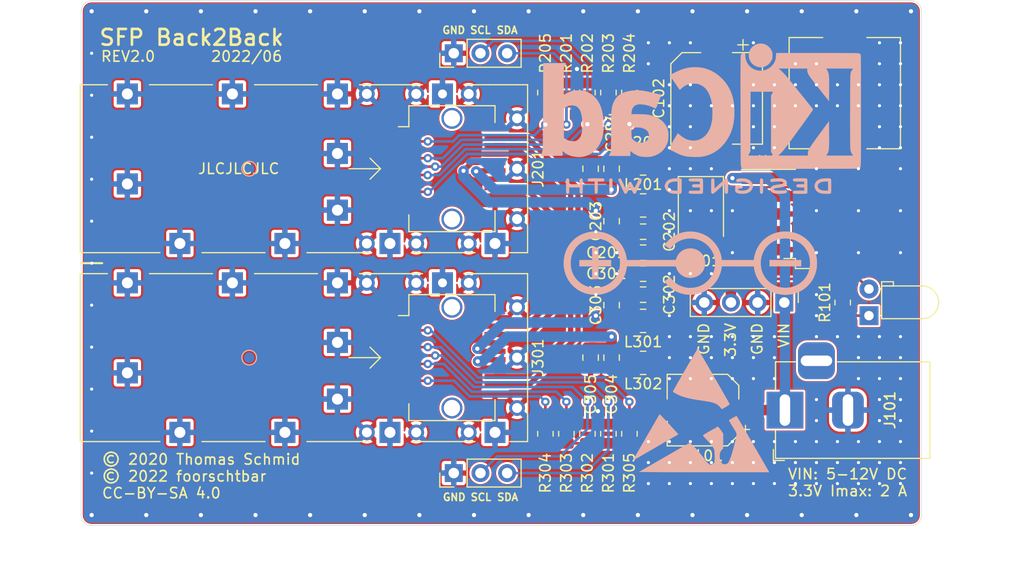
<source format=kicad_pcb>
(kicad_pcb (version 20211014) (generator pcbnew)
  (title_block (title "SFP Back2Back") (date "2022-06-11") (rev "2.0") (company "© foorschtbar"))
  (layers (0 "F.Cu" signal) (31 "B.Cu" signal) (34 "B.Paste" user) (35 "F.Paste" user) (36 "B.SilkS" user "B.Silkscreen") (37 "F.SilkS" user "F.Silkscreen") (38 "B.Mask" user) (39 "F.Mask" user) (44 "Edge.Cuts" user))
  (net 0 "")
  (net 1 "GND")
  (net 2 "/sfp_module_1/RX-")
  (net 3 "/sfp_module_1/RX+")
  (net 4 "/sfp_module_2/VCC_T")
  (net 5 "/sfp_module_2/VCC_R")
  (net 6 "Net-(D101-Pad1)")
  (net 8 "/sfp_module_2/RX_LOS")
  (net 9 "/sfp_module_2/TX_FAULT")
  (net 10 "/sfp_module_1/VCC_T")
  (net 11 "/sfp_module_1/VCC_R")
  (net 12 "/sfp_module_1/RX_LOS")
  (net 13 "/sfp_module_1/TX_FAULT")
  (net 14 "+3V3")
  (net 15 "Net-(D103-Pad1)")
  (net 16 "Net-(J201-Pad6)")
  (net 17 "/sfp_module_1/MOD_DEF1_SCL")
  (net 18 "Net-(J301-Pad6)")
  (net 19 "/sfp_module_1/MOD_DEF2_SDA")
  (net 20 "/Vin")
  (net 21 "/sfp_module_2/MOD_DEF1_SCL")
  (net 22 "/sfp_module_2/MOD_DEF2_SDA")
  (net 24 "/sfp_module_1/TX-")
  (net 25 "/sfp_module_1/TX+")
  (footprint "Inductor_SMD:L_1008_2520Metric" (layer "F.Cu") (at 233.5 119.5 180)
    (fp_text reference "L201")
    (fp_text value "1uH" hide)
  )
  (footprint "Inductor_SMD:L_1008_2520Metric" (layer "F.Cu") (at 233.5 115.5 180)
    (fp_text reference "L202")
    (fp_text value "1uH" hide)
  )
  (footprint "Connector:Connector_SFP_and_Cage" (layer "F.Cu") (at 221.5 134)
    (fp_text reference "J301")
    (fp_text value "SFP")
  )
  (footprint "Capacitor_SMD:C_0805_2012Metric" (layer "F.Cu") (at 233.5 124 180)
    (fp_text reference "C201")
    (fp_text value "10uF" hide)
  )
  (footprint "Capacitor_SMD:C_0805_2012Metric" (layer "F.Cu") (at 233.5 122 180)
    (fp_text reference "C202")
    (fp_text value "100nF" hide)
  )
  (footprint "Capacitor_SMD:C_0805_2012Metric" (layer "F.Cu") (at 230.5 121 -90)
    (fp_text reference "C203")
    (fp_text value "100nF" hide)
  )
  (footprint "Capacitor_SMD:C_0805_2012Metric" (layer "F.Cu") (at 230.5 116 90)
    (fp_text reference "C204")
    (fp_text value "10uF")
  )
  (footprint "Capacitor_SMD:C_0805_2012Metric" (layer "F.Cu") (at 228.5 116 90)
    (fp_text reference "C205")
    (fp_text value "100nF" hide)
  )
  (footprint "Capacitor_SMD:C_0805_2012Metric" (layer "F.Cu") (at 230.5 134 -90)
    (fp_text reference "C304")
    (fp_text value "10uF" hide)
  )
  (footprint "Connector:Connector_SFP_and_Cage" (layer "F.Cu") (at 221.5 116)
    (fp_text reference "J201")
    (fp_text value "SFP")
  )
  (footprint "Capacitor_SMD:C_0805_2012Metric" (layer "F.Cu") (at 230.5 129 90)
    (fp_text reference "C303")
    (fp_text value "100nF" hide)
  )
  (footprint "Inductor_SMD:L_1008_2520Metric" (layer "F.Cu") (at 233.5 134.5 180)
    (fp_text reference "L302")
    (fp_text value "1uH" hide)
  )
  (footprint "Capacitor_SMD:C_0805_2012Metric" (layer "F.Cu") (at 228.5 134 -90)
    (fp_text reference "C305")
    (fp_text value "100nF" hide)
  )
  (footprint "Inductor_SMD:L_1008_2520Metric" (layer "F.Cu") (at 233.5 130.5 180)
    (fp_text reference "L301")
    (fp_text value "1uH" hide)
  )
  (footprint "Capacitor_SMD:C_0805_2012Metric" (layer "F.Cu") (at 233.5 128 180)
    (fp_text reference "C302")
    (fp_text value "100nF" hide)
  )
  (footprint "Capacitor_SMD:C_0805_2012Metric" (layer "F.Cu") (at 233.5 126 180)
    (fp_text reference "C301")
    (fp_text value "10uF" hide)
  )
  (footprint "Connector_BarrelJack:BarrelJack_Horizontal" (layer "F.Cu") (at 247 139 180)
    (fp_text reference "J101")
    (fp_text value "Barrel_Jack" hide)
  )
  (footprint "LED_THT:LED_D3.0mm_Horizontal_O1.27mm_Z2.0mm" (layer "F.Cu") (at 255 130 90)
    (fp_text reference "D103" hide)
    (fp_text value "LED" hide)
  )
  (footprint "Connector_PinHeader_2.54mm:PinHeader_1x04_P2.54mm_Vertical" (layer "F.Cu") (at 246.94 128.75 -90)
    (fp_text reference "J1" hide)
    (fp_text value "Conn_01x04" hide)
  )
  (footprint "Connector_PinHeader_2.54mm:PinHeader_1x03_P2.54mm_Vertical" (layer "F.Cu") (at 215.475 145 90)
    (fp_text reference "J2" hide)
    (fp_text value "Conn_01x03" hide)
  )
  (footprint "Resistor_SMD:R_0805_2012Metric" (layer "F.Cu") (at 252.5 128.75 90)
    (fp_text reference "R101")
    (fp_text value "68R" hide)
  )
  (footprint "Resistor_SMD:R_0805_2012Metric" (layer "F.Cu") (at 228.196 108.744 90)
    (fp_text reference "R202")
    (fp_text value "4.7k" hide)
  )
  (footprint "Resistor_SMD:R_0805_2012Metric" (layer "F.Cu") (at 230.196 141.256 -90)
    (fp_text reference "R301")
    (fp_text value "4.7k" hide)
  )
  (footprint "Resistor_SMD:R_0805_2012Metric" (layer "F.Cu") (at 232.196 108.744 90)
    (fp_text reference "R204")
    (fp_text value "4.7k" hide)
  )
  (footprint "Capacitor_SMD:CP_Elec_6.3x7.7" (layer "F.Cu") (at 239.2 139 180)
    (fp_text reference "C101")
    (fp_text value "100uF" hide)
  )
  (footprint "Inductor_SMD:L_10.4x10.4_H4.8" (layer "F.Cu") (at 252.7 108.8 90)
    (fp_text reference "L101")
    (fp_text value "100uH" hide)
  )
  (footprint "Resistor_SMD:R_0805_2012Metric" (layer "F.Cu") (at 232.196 141.256 90)
    (fp_text reference "R305")
    (fp_text value "4.7k" hide)
  )
  (footprint "Resistor_SMD:R_0805_2012Metric" (layer "F.Cu") (at 224.196 141.256 -90)
    (fp_text reference "R304")
    (fp_text value "4.7k" hide)
  )
  (footprint "Resistor_SMD:R_0805_2012Metric" (layer "F.Cu") (at 230.196 108.744 90)
    (fp_text reference "R203")
    (fp_text value "4.7k" hide)
  )
  (footprint "Connector_PinHeader_2.54mm:PinHeader_1x03_P2.54mm_Vertical" (layer "F.Cu") (at 215.475 105 90)
    (fp_text reference "J3" hide)
    (fp_text value "Conn_01x03" hide)
  )
  (footprint "Capacitor_SMD:CP_Elec_8x10.5" (layer "F.Cu") (at 240.5 109.3 -90)
    (fp_text reference "C102")
    (fp_text value "1000uF" hide)
  )
  (footprint "Resistor_SMD:R_0805_2012Metric" (layer "F.Cu") (at 226.196 141.256 -90)
    (fp_text reference "R303")
    (fp_text value "4.7k" hide)
  )
  (footprint "Diode_SMD:D_SMB" (layer "F.Cu") (at 239 120.3 -90)
    (fp_text reference "D101")
    (fp_text value "B340B-13-F" hide)
  )
  (footprint "Resistor_SMD:R_0805_2012Metric" (layer "F.Cu") (at 226.196 108.744 90)
    (fp_text reference "R201")
    (fp_text value "4.7k" hide)
  )
  (footprint "Resistor_SMD:R_0805_2012Metric" (layer "F.Cu") (at 228.196 141.256 -90)
    (fp_text reference "R302")
    (fp_text value "4.7k" hide)
  )
  (footprint "Resistor_SMD:R_0805_2012Metric" (layer "F.Cu") (at 224.196 108.744 -90)
    (fp_text reference "R205")
    (fp_text value "4.7k" hide)
  )
  (footprint "Package_TO_SOT_SMD:TO-263-5_TabPin3" (layer "F.Cu") (at 250.95 120.31)
    (fp_text reference "U1")
    (fp_text value "LM2576S-3.3")
  )
  (footprint "TestPoint:TestPoint_Pad_D1.0mm" (layer "B.Cu") (at 196 116 180)
    (fp_text reference "N2" hide)
    (fp_text value "Housing_Pad")
  )
  (footprint "Symbol:KiCad-Logo2_12mm_SilkScreen" (layer "B.Cu") (at 239 110 180)
    (fp_text reference "REF**" hide)
    (fp_text value "KiCad-Logo2_12mm_SilkScreen" hide)
  )
  (footprint "Symbol:Polarity_Center_Positive_6mm_SilkScreen" (layer "B.Cu") (at 238 125 180)
    (fp_text reference "REF**" hide)
    (fp_text value "Polarity_Center_Positive_6mm_SilkScreen" hide)
  )
  (footprint "TestPoint:TestPoint_Pad_D1.0mm" (layer "B.Cu") (at 196 134 180)
    (fp_text reference "N1" hide)
    (fp_text value "Housing_Pad")
  )
  (footprint "Symbol:ESD-Logo_13.2x12mm_SilkScreen" (layer "B.Cu") (at 239 139 180)
    (fp_text reference "REF**" hide)
    (fp_text value "ESD-Logo_13.2x12mm_SilkScreen" hide)
  )
  (gr_line (start 182 125) (end 180 125) (layer "F.SilkS") (width 0.2))
  (gr_line (start 180 101) (end 180 149) (layer "Edge.Cuts") (width 0.05))
  (gr_line (start 181 150) (end 259 150) (layer "Edge.Cuts") (width 0.05))
  (gr_arc (start 181 150) (mid 180.292893 149.707107) (end 180 149) (layer "Edge.Cuts") (width 0.05))
  (gr_line (start 260 149) (end 260 101) (layer "Edge.Cuts") (width 0.05))
  (gr_arc (start 180 101) (mid 180.292893 100.292893) (end 181 100) (layer "Edge.Cuts") (width 0.05))
  (gr_line (start 259 100) (end 181 100) (layer "Edge.Cuts") (width 0.05))
  (gr_arc (start 259 100) (mid 259.707107 100.292893) (end 260 101) (layer "Edge.Cuts") (width 0.05))
  (gr_arc (start 260 149) (mid 259.707107 149.707107) (end 259 150) (layer "Edge.Cuts") (width 0.05))
  (gr_text "VIN" (at 246.9 130.6 90) (layer "F.SilkS") (effects (font (size 1 1)) (justify right)))
  (gr_text "© 2020 Thomas Schmid \n© 2022 foorschtbar \nCC-BY-SA 4.0" (at 181.9 145.3) (layer "F.SilkS") (effects (font (size 1 1)) (justify left)))
  (gr_text "SCL" (at 218.015 102.8) (layer "F.SilkS") (effects (font (size 0.7 0.7))))
  (gr_text "SDA" (at 220.555 102.8) (layer "F.SilkS") (effects (font (size 0.7 0.7))))
  (gr_text "SCL" (at 218.06 147.3) (layer "F.SilkS") (effects (font (size 0.7 0.7))))
  (gr_text "GND" (at 239.28 130.6 90) (layer "F.SilkS") (effects (font (size 1 1)) (justify right)))
  (gr_text "REV2.0       2022/06" (at 181.8 105.3) (layer "F.SilkS") (effects (font (size 1 1)) (justify left)))
  (gr_text "GND" (at 215.52 147.3) (layer "F.SilkS") (effects (font (size 0.7 0.7))))
  (gr_text "3.3V" (at 241.82 130.6 90) (layer "F.SilkS") (effects (font (size 1 1)) (justify right)))
  (gr_text "GND" (at 244.36 130.6 90) (layer "F.SilkS") (effects (font (size 1 1)) (justify right)))
  (gr_text "SDA" (at 220.6 147.3) (layer "F.SilkS") (effects (font (size 0.7 0.7))))
  (gr_text "JLCJLCJLC" (at 195 116) (layer "F.SilkS") (effects (font (size 1 1))))
  (gr_text "GND" (at 215.475 102.8) (layer "F.SilkS") (effects (font (size 0.7 0.7))))
  (gr_text "VIN: 5-12V DC\n3.3V Imax: 2 A" (at 247.2 145.9) (layer "F.SilkS") (effects (font (size 1 1)) (justify left)))
  (gr_text "SFP Back2Back" (at 181.6 103.5) (layer "F.SilkS") (effects (font (size 1.5 1.5) (thickness 0.25)) (justify left)))
  (segment (start 257.8 115.2) (end 257.8 114.2) (width 1) (layer "F.Cu") (net 1))
  (segment (start 257.7 115.8) (end 257.8 115.7) (width 1) (layer "F.Cu") (net 1))
  (via (at 253.8 149) (size 0.8) (drill 0.4) (layers "F.Cu" "B.Cu") (net 1))
  (via (at 233 149) (size 0.8) (drill 0.4) (layers "F.Cu" "B.Cu") (net 1))
  (via (at 191.4 149) (size 0.8) (drill 0.4) (layers "F.Cu" "B.Cu") (net 1))
  (via (at 201.8 149) (size 0.8) (drill 0.4) (layers "F.Cu" "B.Cu") (net 1))
  (via (at 243.4 149) (size 0.8) (drill 0.4) (layers "F.Cu" "B.Cu") (net 1))
  (via (at 238.2 149) (size 0.8) (drill 0.4) (layers "F.Cu" "B.Cu") (net 1))
  (via (at 248.6 149) (size 0.8) (drill 0.4) (layers "F.Cu" "B.Cu") (net 1))
  (via (at 227.8 149) (size 0.8) (drill 0.4) (layers "F.Cu" "B.Cu") (net 1))
  (via (at 212.2 149) (size 0.8) (drill 0.4) (layers "F.Cu" "B.Cu") (net 1))
  (via (at 259 149) (size 0.8) (drill 0.4) (layers "F.Cu" "B.Cu") (net 1))
  (via (at 217.4 149) (size 0.8) (drill 0.4) (layers "F.Cu" "B.Cu") (net 1))
  (via (at 186.2 149) (size 0.8) (drill 0.4) (layers "F.Cu" "B.Cu") (net 1))
  (via (at 196.6 149) (size 0.8) (drill 0.4) (layers "F.Cu" "B.Cu") (net 1))
  (via (at 222.6 149) (size 0.8) (drill 0.4) (layers "F.Cu" "B.Cu") (net 1))
  (via (at 207 149) (size 0.8) (drill 0.4) (layers "F.Cu" "B.Cu") (net 1))
  (via (at 181 149) (size 0.8) (drill 0.4) (layers "F.Cu" "B.Cu") (net 1))
  (via (at 181 121) (size 0.6) (drill 0.3) (layers "F.Cu" "B.Cu") (net 1))
  (via (at 196.6 101) (size 0.8) (drill 0.4) (layers "F.Cu" "B.Cu") (net 1))
  (via (at 240 144) (size 0.6) (drill 0.3) (layers "F.Cu" "B.Cu") (net 1))
  (via (at 252 108) (size 0.6) (drill 0.3) (layers "F.Cu" "B.Cu") (net 1))
  (via (at 258 112) (size 0.6) (drill 0.3) (layers "F.Cu" "B.Cu") (net 1))
  (via (at 240 136) (size 0.6) (drill 0.3) (layers "F.Cu" "B.Cu") (net 1))
  (via (at 248 146) (size 0.6) (drill 0.3) (layers "F.Cu" "B.Cu") (net 1))
  (via (at 231 126) (size 0.6) (drill 0.3) (layers "F.Cu" "B.Cu") (net 1))
  (via (at 207 101) (size 0.8) (drill 0.4) (layers "F.Cu" "B.Cu") (net 1))
  (via (at 234 146) (size 0.6) (drill 0.3) (layers "F.Cu" "B.Cu") (net 1))
  (via (at 248.6 101) (size 0.8) (drill 0.4) (layers "F.Cu" "B.Cu") (net 1))
  (via (at 240 142) (size 0.6) (drill 0.3) (layers "F.Cu" "B.Cu") (net 1))
  (via (at 253.8 101) (size 0.8) (drill 0.4) (layers "F.Cu" "B.Cu") (net 1))
  (via (at 234 144) (size 0.6) (drill 0.3) (layers "F.Cu" "B.Cu") (net 1))
  (via (at 244 114) (size 0.6) (drill 0.3) (layers "F.Cu" "B.Cu") (net 1))
  (via (at 254 132) (size 0.6) (drill 0.3) (layers "F.Cu" "B.Cu") (net 1))
  (via (at 236 146) (size 0.6) (drill 0.3) (layers "F.Cu" "B.Cu") (net 1))
  (via (at 201.8 101) (size 0.8) (drill 0.4) (layers "F.Cu" "B.Cu") (net 1))
  (via (at 256 134) (size 0.6) (drill 0.3) (layers "F.Cu" "B.Cu") (net 1))
  (via (at 244 104) (size 0.6) (drill 0.3) (layers "F.Cu" "B.Cu") (net 1))
  (via (at 248 108) (size 0.6) (drill 0.3) (layers "F.Cu" "B.Cu") (net 1))
  (via (at 254 146) (size 0.6) (drill 0.3) (layers "F.Cu" "B.Cu") (net 1))
  (via (at 181 101) (size 0.8) (drill 0.4) (layers "F.Cu" "B.Cu") (net 1))
  (via (at 248 142) (size 0.6) (drill 0.3) (layers "F.Cu" "B.Cu") (net 1))
  (via (at 229 124) (size 0.6) (drill 0.3) (layers "F.Cu" "B.Cu") (net 1))
  (via (at 181 109) (size 0.6) (drill 0.3) (layers "F.Cu" "B.Cu") (net 1))
  (via (at 236 128) (size 0.6) (drill 0.3) (layers "F.Cu" "B.Cu") (net 1))
  (via (at 244 112) (size 0.6) (drill 0.3) (layers "F.Cu" "B.Cu") (net 1))
  (via (at 229.2 139.1) (size 0.8) (drill 0.4) (layers "F.Cu" "B.Cu") (net 1))
  (via (at 240 116) (size 0.6) (drill 0.3) (layers "F.Cu" "B.Cu") (net 1))
  (via (at 240 132) (size 0.6) (drill 0.3) (layers "F.Cu" "B.Cu") (net 1))
  (via (at 258 140) (size 0.6) (drill 0.3) (layers "F.Cu" "B.Cu") (net 1))
  (via (at 258 138) (size 0.6) (drill 0.3) (layers "F.Cu" "B.Cu") (net 1))
  (via (at 227.8 101) (size 0.8) (drill 0.4) (layers "F.Cu" "B.Cu") (net 1))
  (via (at 181 133) (size 0.6) (drill 0.3) (layers "F.Cu" "B.Cu") (net 1))
  (via (at 256 110) (size 0.6) (drill 0.3) (layers "F.Cu" "B.Cu") (net 1))
  (via (at 246 134) (size 0.6) (drill 0.3) (layers "F.Cu" "B.Cu") (net 1))
  (via (at 254 134) (size 0.6) (drill 0.3) (layers "F.Cu" "B.Cu") (net 1))
  (via (at 258 106) (size 0.6) (drill 0.3) (layers "F.Cu" "B.Cu") (net 1))
  (via (at 250 140) (size 0.6) (drill 0.3) (layers "F.Cu" "B.Cu") (net 1))
  (via (at 248 144) (size 0.6) (drill 0.3) (layers "F.Cu" "B.Cu") (net 1))
  (via (at 246 142) (size 0.6) (drill 0.3) (layers "F.Cu" "B.Cu") (net 1))
  (via (at 240 120) (size 0.6) (drill 0.3) (layers "F.Cu" "B.Cu") (net 1))
  (via (at 252 132) (size 0.6) (drill 0.3) (layers "F.Cu" "B.Cu") (net 1))
  (via (at 236 136) (size 0.6) (drill 0.3) (layers "F.Cu" "B.Cu") (net 1))
  (via (at 181 141) (size 0.6) (drill 0.3) (layers "F.Cu" "B.Cu") (net 1))
  (via (at 236 142) (size 0.6) (drill 0.3) (layers "F.Cu" "B.Cu") (net 1))
  (via (at 181 137) (size 0.6) (drill 0.3) (layers "F.Cu" "B.Cu") (net 1))
  (via (at 238 132) (size 0.6) (drill 0.3) (layers "F.Cu" "B.Cu") (net 1))
  (via (at 250 124) (size 0.6) (drill 0.3) (layers "F.Cu" "B.Cu") (net 1))
  (via (at 243.4 101) (size 0.8) (drill 0.4) (layers "F.Cu" "B.Cu") (net 1))
  (via (at 238 136) (size 0.6) (drill 0.3) (layers "F.Cu" "B.Cu") (net 1))
  (via (at 236 144) (size 0.6) (drill 0.3) (layers "F.Cu" "B.Cu") (net 1))
  (via (at 258 116) (size 0.6) (drill 0.3) (layers "F.Cu" "B.Cu") (net 1))
  (via (at 236 120) (size 0.6) (drill 0.3) (layers "F.Cu" "B.Cu") (net 1))
  (via (at 181 117) (size 0.6) (drill 0.3) (layers "F.Cu" "B.Cu") (net 1))
  (via (at 246 136) (size 0.6) (drill 0.3) (layers "F.Cu" "B.Cu") (net 1))
  (via (at 256 138) (size 0.6) (drill 0.3) (layers "F.Cu" "B.Cu") (net 1))
  (via (at 256 114) (size 0.6) (drill 0.3) (layers "F.Cu" "B.Cu") (net 1))
  (via (at 250 138) (size 0.6) (drill 0.3) (layers "F.Cu" "B.Cu") (net 1))
  (via (at 246 114) (size 0.6) (drill 0.3) (layers "F.Cu" "B.Cu") (net 1))
  (via (at 256 132) (size 0.6) (drill 0.3) (layers "F.Cu" "B.Cu") (net 1))
  (via (at 258 114) (size 0.6) (drill 0.3) (layers "F.Cu" "B.Cu") (net 1))
  (via (at 238 142) (size 0.6) (drill 0.3) (layers "F.Cu" "B.Cu") (net 1))
  (via (at 181 125) (size 0.6) (drill 0.3) (layers "F.Cu" "B.Cu") (net 1))
  (via (at 244 132) (size 0.6) (drill 0.3) (layers "F.Cu" "B.Cu") (net 1))
  (via (at 248 106) (size 0.6) (drill 0.3) (layers "F.Cu" "B.Cu") (net 1))
  (via (at 238 146) (size 0.6) (drill 0.3) (layers "F.Cu" "B.Cu") (net 1))
  (via (at 254 124) (size 0.6) (drill 0.3) (layers "F.Cu" "B.Cu") (net 1))
  (via (at 212.2 101) (size 0.8) (drill 0.4) (layers "F.Cu" "B.Cu") (net 1))
  (via (at 238 108) (size 0.6) (drill 0.3) (layers "F.Cu" "B.Cu") (net 1))
  (via (at 246 110) (size 0.6) (drill 0.3) (layers "F.Cu" "B.Cu") (net 1))
  (via (at 256 104) (size 0.6) (drill 0.3) (layers "F.Cu" "B.Cu") (net 1))
  (via (at 258 136) (size 0.6) (drill 0.3) (layers "F.Cu" "B.Cu") (net 1))
  (via (at 236 122) (size 0.6) (drill 0.3) (layers "F.Cu" "B.Cu") (net 1))
  (via (at 250 116) (size 0.6) (drill 0.3) (layers "F.Cu" "B.Cu") (net 1))
  (via (at 234 104) (size 0.6) (drill 0.3) (layers "F.Cu" "B.Cu") (net 1))
  (via (at 242 120) (size 0.6) (drill 0.3) (layers "F.Cu" "B.Cu") (net 1))
  (via (at 250 120) (size 0.6) (drill 0.3) (layers "F.Cu" "B.Cu") (net 1))
  (via (at 256 108) (size 0.6) (drill 0.3) (layers "F.Cu" "B.Cu") (net 1))
  (via (at 242 144) (size 0.6) (drill 0.3) (layers "F.Cu" "B.Cu") (net 1))
  (via (at 186.2 101) (size 0.8) (drill 0.4) (layers "F.Cu" "B.Cu") (net 1))
  (via (at 258 134) (size 0.6) (drill 0.3) (layers "F.Cu" "B.Cu") (net 1))
  (via (at 256 106) (size 0.6) (drill 0.3) (layers "F.Cu" "B.Cu") (net 1))
  (via (at 242 110) (size 0.6) (drill 0.3) (layers "F.Cu" "B.Cu") (net 1))
  (via (at 236 134) (size 0.6) (drill 0.3) (layers "F.Cu" "B.Cu") (net 1))
  (via (at 238 112) (size 0.6) (drill 0.3) (layers "F.Cu" "B.Cu") (net 1))
  (via (at 240 146) (size 0.6) (drill 0.3) (layers "F.Cu" "B.Cu") (net 1))
  (via (at 252 110) (size 0.6) (drill 0.3) (layers "F.Cu" "B.Cu") (net 1))
  (via (at 254 120) (size 0.6) (drill 0.3) (layers "F.Cu" "B.Cu") (net 1))
  (via (at 258 146) (size 0.6) (drill 0.3) (layers "F.Cu" "B.Cu") (net 1))
  (via (at 258 120) (size 0.6) (drill 0.3) (layers "F.Cu" "B.Cu") (net 1))
  (via (at 236 126) (size 0.6) (drill 0.3) (layers "F.Cu" "B.Cu") (net 1))
  (via (at 238 110) (size 0.6) (drill 0.3) (layers "F.Cu" "B.Cu") (net 1))
  (via (at 259 101) (size 0.8) (drill 0.4) (layers "F.Cu" "B.Cu") (net 1))
  (via (at 256 144) (size 0.6) (drill 0.3) (layers "F.Cu" "B.Cu") (net 1))
  (via (at 240 126) (size 0.6) (drill 0.3) (layers "F.Cu" "B.Cu") (net 1))
  (via (at 246 144) (size 0.6) (drill 0.3) (layers "F.Cu" "B.Cu") (net 1))
  (via (at 250 132) (size 0.6) (drill 0.3) (layers "F.Cu" "B.Cu") (net 1))
  (via (at 244 144) (size 0.6) (drill 0.3) (layers "F.Cu" "B.Cu") (net 1))
  (via (at 254 136) (size 0.6) (drill 0.3) (layers "F.Cu" "B.Cu") (net 1))
  (via (at 250 144) (size 0.6) (drill 0.3) (layers "F.Cu" "B.Cu") (net 1))
  (via (at 234 106) (size 0.6) (drill 0.3) (layers "F.Cu" "B.Cu") (net 1))
  (via (at 238 114) (size 0.6) (drill 0.3) (layers "F.Cu" "B.Cu") (net 1))
  (via (at 233 101) (size 0.8) (drill 0.4) (layers "F.Cu" "B.Cu") (net 1))
  (via (at 256 112) (size 0.6) (drill 0.3) (layers "F.Cu" "B.Cu") (net 1))
  (via (at 242 124) (size 0.6) (drill 0.3) (layers "F.Cu" "B.Cu") (net 1))
  (via (at 256 140) (size 0.6) (drill 0.3) (layers "F.Cu" "B.Cu") (net 1))
  (via (at 244 136) (size 0.6) (drill 0.3) (layers "F.Cu" "B.Cu") (net 1))
  (via (at 181 113) (size 0.6) (drill 0.3) (layers "F.Cu" "B.Cu") (net 1))
  (via (at 256 136) (size 0.6) (drill 0.3) (layers "F.Cu" "B.Cu") (net 1))
  (via (at 217.4 101) (size 0.8) (drill 0.4) (layers "F.Cu" "B.Cu") (net 1))
  (via (at 238 126) (size 0.6) (drill 0.3) (layers "F.Cu" "B.Cu") (net 1))
  (via (at 238 120) (size 0.6) (drill 0.3) (layers "F.Cu" "B.Cu") (net 1))
  (via (at 236 116) (size 0.6) (drill 0.3) (layers "F.Cu" "B.Cu") (net 1))
  (via (at 250 106) (size 0.6) (drill 0.3) (layers "F.Cu" "B.Cu") (net 1))
  (via (at 258 142) (size 0.6) (drill 0.3) (layers "F.Cu" "B.Cu") (net 1))
  (via (at 244 142) (size 0.6) (drill 0.3) (layers "F.Cu" "B.Cu") (net 1))
  (via (at 252 144) (size 0.6) (drill 0.3) (layers "F.Cu" "B.Cu") (net 1))
  (via (at 258 124) (size 0.6) (drill 0.3) (layers "F.Cu" "B.Cu") (net 1))
  (via (at 236 118) (size 0.6) (drill 0.3) (layers "F.Cu" "B.Cu") (net 1))
  (via (at 242 132) (size 0.6) (drill 0.3) (layers "F.Cu" "B.Cu") (net 1))
  (via (at 254 108) (size 0.6) (drill 0.3) (layers "F.Cu" "B.Cu") (net 1))
  (via (at 236 108) (size 0.6) (drill 0.3) (layers "F.Cu" "B.Cu") (net 1))
  (via (at 252 142) (size 0.6) (drill 0.3) (layers "F.Cu" "B.Cu") (net 1))
  (via (at 258 144) (size 0.6) (drill 0.3) (layers "F.Cu" "B.Cu") (net 1))
  (via (at 238 144) (size 0.6) (drill 0.3) (layers "F.Cu" "B.Cu") (net 1))
  (via (at 256.005907 145.999999) (size 0.6) (drill 0.3) (layers "F.Cu" "B.Cu") (net 1))
  (via (at 246 108) (size 0.6) (drill 0.3) (layers "F.Cu" "B.Cu") (net 1))
  (via (at 242 142) (size 0.6) (drill 0.3) (layers "F.Cu" "B.Cu") (net 1))
  (via (at 238 104) (size 0.6) (drill 0.3) (layers "F.Cu" "B.Cu") (net 1))
  (via (at 231 124) (size 0.6) (drill 0.3) (layers "F.Cu" "B.Cu") (net 1))
  (via (at 236 130) (size 0.6) (drill 0.3) (layers "F.Cu" "B.Cu") (net 1))
  (via (at 242 134) (size 0.6) (drill 0.3) (layers "F.Cu" "B.Cu") (net 1))
  (via (at 258 110) (size 0.6) (drill 0.3) (layers "F.Cu" "B.Cu") (net 1))
  (via (at 250 142) (size 0.6) (drill 0.3) (layers "F.Cu" "B.Cu") (net 1))
  (via (at 244 146) (size 0.6) (drill 0.3) (layers "F.Cu" "B.Cu") (net 1))
  (via (at 242 136) (size 0.6) (drill 0.3) (layers "F.Cu" "B.Cu") (net 1))
  (via (at 250 146) (size 0.6) (drill 0.3) (layers "F.Cu" "B.Cu") (net 1))
  (via (at 246 132) (size 0.6) (drill 0.3) (layers "F.Cu" "B.Cu") (net 1))
  (via (at 229 122) (size 0.6) (drill 0.3) (layers "F.Cu" "B.Cu") (net 1))
  (via (at 181 145) (size 0.6) (drill 0.3) (layers "F.Cu" "B.Cu") (net 1))
  (via (at 250 128) (size 0.6) (drill 0.3) (layers "F.Cu" "B.Cu") (net 1))
  (via (at 250 130) (size 0.6) (drill 0.3) (layers "F.Cu" "B.Cu") (net 1))
  (via (at 258 108) (size 0.6) (drill 0.3) (layers "F.Cu" "B.Cu") (net 1))
  (via (at 258 132) (size 0.6) (drill 0.3) (layers "F.Cu" "B.Cu") (net 1))
  (via (at 254 142) (size 0.6) (drill 0.3) (layers "F.Cu" "B.Cu") (net 1))
  (via (at 236 112) (size 0.6) (drill 0.3) (layers "F.Cu" "B.Cu") (net 1))
  (via (at 256 142) (size 0.6) (drill 0.3) (layers "F.Cu" "B.Cu") (net 1))
  (via (at 222.6 101) (size 0.8) (drill 0.4) (layers "F.Cu" "B.Cu") (net 1))
  (via (at 258 104) (size 0.6) (drill 0.3) (layers "F.Cu" "B.Cu") (net 1))
  (via (at 229 126) (size 0.6) (drill 0.3) (layers "F.Cu" "B.Cu") (net 1))
  (via (at 181 129) (size 0.6) (drill 0.3) (layers "F.Cu" "B.Cu") (net 1))
  (via (at 250 110) (size 0.6) (drill 0.3) (layers "F.Cu" "B.Cu") (net 1))
  (via (at 238 134) (size 0.6) (drill 0.3) (layers "F.Cu" "B.Cu") (net 1))
  (via (at 236 132) (size 0.6) (drill 0.3) (layers "F.Cu" "B.Cu") (net 1))
  (via (at 238.2 101) (size 0.8) (drill 0.4) (layers "F.Cu" "B.Cu") (net 1))
  (via (at 191.4 101) (size 0.8) (drill 0.4) (layers "F.Cu" "B.Cu") (net 1))
  (via (at 242 146) (size 0.6) (drill 0.3) (layers "F.Cu" "B.Cu") (net 1))
  (via (at 250 108) (size 0.6) (drill 0.3) (layers "F.Cu" "B.Cu") (net 1))
  (via (at 244 108) (size 0.6) (drill 0.3) (layers "F.Cu" "B.Cu") (net 1))
  (via (at 238 116) (size 0.6) (drill 0.3) (layers "F.Cu" "B.Cu") (net 1))
  (via (at 254 144) (size 0.6) (drill 0.3) (layers "F.Cu" "B.Cu") (net 1))
  (via (at 240 134) (size 0.6) (drill 0.3) (layers "F.Cu" "B.Cu") (net 1))
  (via (at 244 110) (size 0.6) (drill 0.3) (layers "F.Cu" "B.Cu") (net 1))
  (via (at 246 146) (size 0.6) (drill 0.3) (layers "F.Cu" "B.Cu") (net 1))
  (via (at 236 104) (size 0.6) (drill 0.3) (layers "F.Cu" "B.Cu") (net 1))
  (via (at 244 134) (size 0.6) (drill 0.3) (layers "F.Cu" "B.Cu") (net 1))
  (via (at 252 146) (size 0.6) (drill 0.3) (layers "F.Cu" "B.Cu") (net 1))
  (via (at 227.2 106.5) (size 0.8) (drill 0.4) (layers "F.Cu" "B.Cu") (net 1))
  (via (at 246 112) (size 0.6) (drill 0.3) (layers "F.Cu" "B.Cu") (net 1))
  (via (at 253.990842 109.99712) (size 0.6) (drill 0.3) (layers "F.Cu" "B.Cu") (net 1))
  (via (at 229 128) (size 0.6) (drill 0.3) (layers "F.Cu" "B.Cu") (net 1))
  (via (at 248 110) (size 0.6) (drill 0.3) (layers "F.Cu" "B.Cu") (net 1))
  (via (at 234 142) (size 0.6) (drill 0.3) (layers "F.Cu" "B.Cu") (net 1))
  (via (at 181 105) (size 0.6) (drill 0.3) (layers "F.Cu" "B.Cu") (net 1))
  (via (at 254 116) (size 0.6) (drill 0.3) (layers "F.Cu" "B.Cu") (net 1))
  (via (at 236 114) (size 0.6) (drill 0.3) (layers "F.Cu" "B.Cu") (net 1))
  (via (at 236 110) (size 0.6) (drill 0.3) (layers "F.Cu" "B.Cu") (net 1))
  (via (at 240 110) (size 0.6) (drill 0.3) (layers "F.Cu" "B.Cu") (net 1))
  (segment (start 219.4 136.6) (end 222.639965 136.6) (width 0.5) (layer "F.Cu") (net 2))
  (segment (start 227.300011 117.860046) (end 222.439965 113) (width 0.5) (layer "F.Cu") (net 2))
  (segment (start 227.300011 131.939954) (end 227.300011 117.860046) (width 0.5) (layer "F.Cu") (net 2))
  (segment (start 222.639965 136.6) (end 227.300011 131.939954) (width 0.5) (layer "F.Cu") (net 2))
  (segment (start 222.439965 113) (end 219.4 113) (width 0.5) (layer "F.Cu") (net 2))
  (segment (start 225.686317 125.088255) (end 225.626748 125.183058) (width 0.5) (layer "F.Cu") (net 3))
  (segment (start 226.550485 124.616941) (end 226.490916 124.711744) (width 0.5) (layer "F.Cu") (net 3))
  (segment (start 226.1 125.9) (end 226.211261 125.912536) (width 0.5) (layer "F.Cu") (net 3))
  (segment (start 225.686317 123.088255) (end 225.626748 123.183058) (width 0.5) (layer "F.Cu") (net 3))
  (segment (start 226.587464 122.51126) (end 226.550485 122.616941) (width 0.5) (layer "F.Cu") (net 3))
  (segment (start 226.316942 122.850484) (end 226.211261 122.887463) (width 0.5) (layer "F.Cu") (net 3))
  (segment (start 225.589769 125.288739) (end 225.577232 125.4) (width 0.5) (layer "F.Cu") (net 3))
  (segment (start 226.550485 124.183058) (end 226.587464 124.288739) (width 0.5) (layer "F.Cu") (net 3))
  (segment (start 226.1 122.9) (end 226.077232 122.9) (width 0.5) (layer "F.Cu") (net 3))
  (segment (start 226.077232 124.9) (end 225.965972 124.912536) (width 0.5) (layer "F.Cu") (net 3))
  (segment (start 226.077232 125.9) (end 226.1 125.9) (width 0.5) (layer "F.Cu") (net 3))
  (segment (start 226.316942 124.850484) (end 226.211261 124.887463) (width 0.5) (layer "F.Cu") (net 3))
  (segment (start 226.6 124.4) (end 226.587464 124.51126) (width 0.5) (layer "F.Cu") (net 3))
  (segment (start 226.211261 125.912536) (end 226.316942 125.949515) (width 0.5) (layer "F.Cu") (net 3))
  (segment (start 226.411745 126.009084) (end 226.490916 126.088255) (width 0.5) (layer "F.Cu") (net 3))
  (segment (start 225.589769 123.288739) (end 225.577232 123.4) (width 0.5) (layer "F.Cu") (net 3))
  (segment (start 226.316942 125.949515) (end 226.411745 126.009084) (width 0.5) (layer "F.Cu") (net 3))
  (segment (start 225.860291 125.850484) (end 225.965972 125.887463) (width 0.5) (layer "F.Cu") (net 3))
  (segment (start 226.211261 122.887463) (end 226.1 122.9) (width 0.5) (layer "F.Cu") (net 3))
  (segment (start 226.6 118.149305) (end 226.6 122.4) (width 0.5) (layer "F.Cu") (net 3))
  (segment (start 226.490916 126.088255) (end 226.550485 126.183058) (width 0.5) (layer "F.Cu") (net 3))
  (segment (start 219.4 113.8) (end 222.250695 113.8) (width 0.5) (layer "F.Cu") (net 3))
  (segment (start 226.490916 122.711744) (end 226.411745 122.790915) (width 0.5) (layer "F.Cu") (net 3))
  (segment (start 226.411745 122.790915) (end 226.316942 122.850484) (width 0.5) (layer "F.Cu") (net 3))
  (segment (start 226.077232 122.9) (end 225.965972 122.912536) (width 0.5) (layer "F.Cu") (net 3))
  (segment (start 226.550485 122.616941) (end 226.490916 122.711744) (width 0.5) (layer "F.Cu") (net 3))
  (segment (start 225.626748 125.183058) (end 225.589769 125.288739) (width 0.5) (layer "F.Cu") (net 3))
  (segment (start 222.250695 113.8) (end 226.6 118.149305) (width 0.5) (layer "F.Cu") (net 3))
  (segment (start 226.411745 124.790915) (end 226.316942 124.850484) (width 0.5) (layer "F.Cu") (net 3))
  (segment (start 225.965972 125.887463) (end 226.077232 125.9) (width 0.5) (layer "F.Cu") (net 3))
  (segment (start 225.626748 125.616941) (end 225.686317 125.711744) (width 0.5) (layer "F.Cu") (net 3))
  (segment (start 226.077232 123.9) (end 226.1 123.9) (width 0.5) (layer "F.Cu") (net 3))
  (segment (start 225.765488 125.790915) (end 225.860291 125.850484) (width 0.5) (layer "F.Cu") (net 3))
  (segment (start 226.490916 124.088255) (end 226.550485 124.183058) (width 0.5) (layer "F.Cu") (net 3))
  (segment (start 226.587464 126.288739) (end 226.6 126.4) (width 0.5) (layer "F.Cu") (net 3))
  (segment (start 225.765488 123.009084) (end 225.686317 123.088255) (width 0.5) (layer "F.Cu") (net 3))
  (segment (start 225.577232 123.4) (end 225.589769 123.51126) (width 0.5) (layer "F.Cu") (net 3))
  (segment (start 225.860291 122.949515) (end 225.765488 123.009084) (width 0.5) (layer "F.Cu") (net 3))
  (segment (start 226.411745 124.009084) (end 226.490916 124.088255) (width 0.5) (layer "F.Cu") (net 3))
  (segment (start 225.765488 125.009084) (end 225.686317 125.088255) (width 0.5) (layer "F.Cu") (net 3))
  (segment (start 225.626748 123.183058) (end 225.589769 123.288739) (width 0.5) (layer "F.Cu") (net 3))
  (segment (start 226.550485 126.183058) (end 226.587464 126.288739) (width 0.5) (layer "F.Cu") (net 3))
  (segment (start 225.765488 123.790915) (end 225.860291 123.850484) (width 0.5) (layer "F.Cu") (net 3))
  (segment (start 226.490916 124.711744) (end 226.411745 124.790915) (width 0.5) (layer "F.Cu") (net 3))
  (segment (start 225.860291 124.949515) (end 225.765488 125.009084) (width 0.5) (layer "F.Cu") (net 3))
  (segment (start 225.686317 125.711744) (end 225.765488 125.790915) (width 0.5) (layer "F.Cu") (net 3))
  (segment (start 226.211261 123.912536) (end 226.316942 123.949515) (width 0.5) (layer "F.Cu") (net 3))
  (segment (start 225.626748 123.616941) (end 225.686317 123.711744) (width 0.5) (layer "F.Cu") (net 3))
  (segment (start 225.860291 123.850484) (end 225.965972 123.887463) (width 0.5) (layer "F.Cu") (net 3))
  (segment (start 225.589769 123.51126) (end 225.626748 123.616941) (width 0.5) (layer "F.Cu") (net 3))
  (segment (start 226.6 122.4) (end 226.587464 122.51126) (width 0.5) (layer "F.Cu") (net 3))
  (segment (start 226.587464 124.51126) (end 226.550485 124.616941) (width 0.5) (layer "F.Cu") (net 3))
  (segment (start 225.577232 125.4) (end 225.589769 125.51126) (width 0.5) (layer "F.Cu") (net 3))
  (segment (start 226.1 123.9) (end 226.211261 123.912536) (width 0.5) (layer "F.Cu") (net 3))
  (segment (start 226.6 131.650695) (end 222.450695 135.8) (width 0.5) (layer "F.Cu") (net 3))
  (segment (start 225.965972 124.912536) (end 225.860291 124.949515) (width 0.5) (layer "F.Cu") (net 3))
  (segment (start 225.965972 123.887463) (end 226.077232 123.9) (width 0.5) (layer "F.Cu") (net 3))
  (segment (start 226.1 124.9) (end 226.077232 124.9) (width 0.5) (layer "F.Cu") (net 3))
  (segment (start 226.211261 124.887463) (end 226.1 124.9) (width 0.5) (layer "F.Cu") (net 3))
  (segment (start 226.6 126.4) (end 226.6 131.650695) (width 0.5) (layer "F.Cu") (net 3))
  (segment (start 222.450695 135.8) (end 219.4 135.8) (width 0.5) (layer "F.Cu") (net 3))
  (segment (start 226.316942 123.949515) (end 226.411745 124.009084) (width 0.5) (layer "F.Cu") (net 3))
  (segment (start 225.965972 122.912536) (end 225.860291 122.949515) (width 0.5) (layer "F.Cu") (net 3))
  (segment (start 226.587464 124.288739) (end 226.6 124.4) (width 0.5) (layer "F.Cu") (net 3))
  (segment (start 225.589769 125.51126) (end 225.626748 125.616941) (width 0.5) (layer "F.Cu") (net 3))
  (segment (start 225.686317 123.711744) (end 225.765488 123.790915) (width 0.5) (layer "F.Cu") (net 3))
  (segment (start 230.5 120.05) (end 229.05 120.05) (width 1) (layer "F.Cu") (net 4))
  (segment (start 233.5 118.425) (end 232.425 119.5) (width 0.25) (layer "F.Cu") (net 4))
  (segment (start 219.4 115.4) (end 217.2 115.4) (width 0.5) (layer "F.Cu") (net 4))
  (segment (start 231.875 120.05) (end 232.425 119.5) (width 1) (layer "F.Cu") (net 4))
  (segment (start 232.196 107.8315) (end 224.196 107.8315) (width 0.25) (layer "F.Cu") (net 4))
  (segment (start 233.5 109.1355) (end 233.5 118.425) (width 0.25) (layer "F.Cu") (net 4))
  (segment (start 217.2 115.4) (end 216.4 116.2) (width 0.5) (layer "F.Cu") (net 4))
  (segment (start 230.5 120.05) (end 231.875 120.05) (width 1) (layer "F.Cu") (net 4))
  (segment (start 232.196 107.8315) (end 233.5 109.1355) (width 0.25) (layer "F.Cu") (net 4))
  (segment (start 229.05 120.05) (end 229 120) (width 1) (layer "F.Cu") (net 4))
  (via (at 216.4 116.2) (size 0.8) (drill 0.4) (layers "F.Cu" "B.Cu") (net 4))
  (via (at 229 120) (size 0.8) (drill 0.4) (layers "F.Cu" "B.Cu") (net 4))
  (segment (start 228.20001 119.20001) (end 218.834325 119.20001) (width 1) (layer "B.Cu") (net 4))
  (segment (start 229 120) (end 228.20001 119.20001) (width 1) (layer "B.Cu") (net 4))
  (segment (start 218.834325 119.20001) (end 216.4 116.765685) (width 1) (layer "B.Cu") (net 4))
  (segment (start 216.4 116.765685) (end 216.4 116.2) (width 1) (layer "B.Cu") (net 4))
  (segment (start 217.65 116.2) (end 217.6 116.25) (width 0.5) (layer "F.Cu") (net 5))
  (segment (start 232.425 115.5) (end 230.975 116.95) (width 1) (layer "F.Cu") (net 5))
  (segment (start 230.5 116.95) (end 230.5 118) (width 1) (layer "F.Cu") (net 5))
  (segment (start 230.5 116.95) (end 228.5 116.95) (width 1) (layer "F.Cu") (net 5))
  (segment (start 230.975 116.95) (end 230.5 116.95) (width 1) (layer "F.Cu") (net 5))
  (segment (start 219.4 116.2) (end 217.65 116.2) (width 0.5) (layer "F.Cu") (net 5))
  (via (at 217.6 116.25) (size 0.8) (drill 0.4) (layers "F.Cu" "B.Cu") (net 5))
  (via (at 230.5 118) (size 0.8) (drill 0.4) (layers "F.Cu" "B.Cu") (net 5))
  (segment (start 230.5 118) (end 219.35 118) (width 1) (layer "B.Cu") (net 5))
  (segment (start 219.35 118) (end 217.6 116.25) (width 1) (layer "B.Cu") (net 5))
  (segment (start 249.05 112.95) (end 252.7 112.95) (width 1) (layer "F.Cu") (net 6))
  (segment (start 245.175 118.61) (end 239.46 118.61) (width 1) (layer "F.Cu") (net 6))
  (segment (start 239.46 118.61) (end 239 118.15) (width 1.3) (layer "F.Cu") (net 6))
  (segment (start 245.175 118.61) (end 248.024022 118.61) (width 1) (layer "F.Cu") (net 6))
  (segment (start 248.024022 118.61) (end 248.5 118.134022) (width 1) (layer "F.Cu") (net 6))
  (segment (start 248.5 118.134022) (end 248.5 113.5) (width 1) (layer "F.Cu") (net 6))
  (segment (start 248.5 113.5) (end 249.05 112.95) (width 1) (layer "F.Cu") (net 6))
  (segment (start 232.196 109.6565) (end 232.196 111.742) (width 0.25) (layer "F.Cu") (net 8))
  (segment (start 211.2 118.2) (end 213 118.2) (width 0.25) (layer "F.Cu") (net 8))
  (via (at 213 118.2) (size 0.8) (drill 0.4) (layers "F.Cu" "B.Cu") (net 8))
  (via (at 232.196 111.742) (size 0.8) (drill 0.4) (layers "F.Cu" "B.Cu") (net 8))
  (segment (start 216.749956 114.600044) (end 229.337956 114.600044) (width 0.25) (layer "B.Cu") (net 8))
  (segment (start 213.15 118.2) (end 213 118.2) (width 0.25) (layer "B.Cu") (net 8))
  (segment (start 216.749956 114.600044) (end 213.15 118.2) (width 0.25) (layer "B.Cu") (net 8))
  (segment (start 229.337956 114.600044) (end 232.196 111.742) (width 0.25) (layer "B.Cu") (net 8))
  (segment (start 213 113.4) (end 211.2 113.4) (width 0.25) (layer "F.Cu") (net 9))
  (segment (start 224.188 111.792) (end 224.188 109.6645) (width 0.25) (layer "F.Cu") (net 9))
  (segment (start 224.188 109.6645) (end 224.196 109.6565) (width 0.25) (layer "F.Cu") (net 9))
  (via (at 213 113.4) (size 0.8) (drill 0.4) (layers "F.Cu" "B.Cu") (net 9))
  (via (at 224.188 111.792) (size 0.8) (drill 0.4) (layers "F.Cu" "B.Cu") (net 9))
  (segment (start 216 112.8) (end 223.18 112.8) (width 0.25) (layer "B.Cu") (net 9))
  (segment (start 213 113.4) (end 215.4 113.4) (width 0.25) (layer "B.Cu") (net 9))
  (segment (start 215.4 113.4) (end 216 112.8) (width 0.25) (layer "B.Cu") (net 9))
  (segment (start 223.18 112.8) (end 224.188 111.792) (width 0.25) (layer "B.Cu") (net 9))
  (segment (start 229 130) (end 231.925 130) (width 1) (layer "F.Cu") (net 10))
  (segment (start 233.5 140.8645) (end 233.5 131.575) (width 0.25) (layer "F.Cu") (net 10))
  (segment (start 231.925 130) (end 232.425 130.5) (width 1) (layer "F.Cu") (net 10))
  (segment (start 232.196 142.1685) (end 233.5 140.8645) (width 0.25) (layer "F.Cu") (net 10))
  (segment (start 219.4 133.4) (end 217.963534 133.4) (width 0.5) (layer "F.Cu") (net 10))
  (segment (start 232.196 142.1685) (end 224.196 142.1685) (width 0.25) (layer "F.Cu") (net 10))
  (segment (start 217.963534 133.4) (end 217.716442 133.152908) (width 0.5) (layer "F.Cu") (net 10))
  (segment (start 233.5 131.575) (end 232.425 130.5) (width 0.25) (layer "F.Cu") (net 10))
  (via (at 217.716442 133.152908) (size 0.8) (drill 0.4) (layers "F.Cu" "B.Cu") (net 10))
  (via (at 229 130) (size 0.8) (drill 0.4) (layers "F.Cu" "B.Cu") (net 10))
  (segment (start 220.21935 130.65) (end 217.716442 133.152908) (width 1) (layer "B.Cu") (net 10))
  (segment (start 228.35 130.65) (end 220.21935 130.65) (width 1) (layer "B.Cu") (net 10))
  (segment (start 229 130) (end 228.35 130.65) (width 1) (layer "B.Cu") (net 10))
  (segment (start 219.4 134.2) (end 217.9075 134.2) (width 0.5) (layer "F.Cu") (net 11))
  (segment (start 230.5 133.05) (end 230.975 133.05) (width 1) (layer "F.Cu") (net 11))
  (segment (start 228.5 133.05) (end 230.5 133.05) (width 1) (layer "F.Cu") (net 11))
  (segment (start 230.5 132) (end 230.5 133.05) (width 1) (layer "F.Cu") (net 11))
  (segment (start 217.9075 134.2) (end 217.7542 134.3533) (width 0.5) (layer "F.Cu") (net 11))
  (segment (start 230.975 133.05) (end 232.425 134.5) (width 1) (layer "F.Cu") (net 11))
  (via (at 217.7542 134.3533) (size 0.8) (drill 0.4) (layers "F.Cu" "B.Cu") (net 11))
  (via (at 230.5 132) (size 0.8) (drill 0.4) (layers "F.Cu" "B.Cu") (net 11))
  (segment (start 220.565728 132) (end 230.5 132) (width 1) (layer "B.Cu") (net 11))
  (segment (start 218.2133 134.352714) (end 218.2133 134.352428) (width 1) (layer "B.Cu") (net 11))
  (segment (start 218.213503 134.352917) (end 217.775 134.352917) (width 1) (layer "B.Cu") (net 11))
  (segment (start 218.213503 134.352917) (end 218.2133 134.352714) (width 1) (layer "B.Cu") (net 11))
  (segment (start 218.2133 134.352428) (end 220.565728 132) (width 1) (layer "B.Cu") (net 11))
  (segment (start 213 136.2) (end 211.2 136.2) (width 0.25) (layer "F.Cu") (net 12))
  (segment (start 224.196 138.208) (end 224.196 140.3435) (width 0.25) (layer "F.Cu") (net 12))
  (via (at 213 136.2) (size 0.8) (drill 0.4) (layers "F.Cu" "B.Cu") (net 12))
  (via (at 224.196 138.208) (size 0.8) (drill 0.4) (layers "F.Cu" "B.Cu") (net 12))
  (segment (start 217.000044 137.700044) (end 215.5 136.2) (width 0.25) (layer "B.Cu") (net 12))
  (segment (start 224.196 138.208) (end 223.688044 137.700044) (width 0.25) (layer "B.Cu") (net 12))
  (segment (start 215.5 136.2) (end 213 136.2) (width 0.25) (layer "B.Cu") (net 12))
  (segment (start 223.688044 137.700044) (end 217.000044 137.700044) (width 0.25) (layer "B.Cu") (net 12))
  (segment (start 213 131.4) (end 211.2 131.4) (width 0.25) (layer "F.Cu") (net 13))
  (segment (start 232.196 138.208) (end 232.196 140.3435) (width 0.25) (layer "F.Cu") (net 13))
  (via (at 232.196 138.208) (size 0.8) (drill 0.4) (layers "F.Cu" "B.Cu") (net 13))
  (via (at 213 131.4) (size 0.8) (drill 0.4) (layers "F.Cu" "B.Cu") (net 13))
  (segment (start 217.78641 135.9) (end 229.888 135.9) (width 0.25) (layer "B.Cu") (net 13))
  (segment (start 213.28641 131.4) (end 213 131.4) (width 0.25) (layer "B.Cu") (net 13))
  (segment (start 217.78641 135.9) (end 213.28641 131.4) (width 0.25) (layer "B.Cu") (net 13))
  (segment (start 229.888 135.9) (end 232.196 138.208) (width 0.25) (layer "B.Cu") (net 13))
  (segment (start 240.8 124.9) (end 240.825 124.925) (width 0.25) (layer "F.Cu") (net 14))
  (segment (start 236.5 105.5) (end 240.4 105.5) (width 1) (layer "F.Cu") (net 14))
  (segment (start 234.575 107.425) (end 236.5 105.5) (width 1) (layer "F.Cu") (net 14))
  (segment (start 241.86 128.75) (end 241.86 125.96) (width 1) (layer "F.Cu") (net 14))
  (segment (start 254.04 126.5) (end 255 127.46) (width 0.25) (layer "F.Cu") (net 14))
  (segment (start 245.175 122.01) (end 241.49 122.01) (width 0.25) (layer "F.Cu") (net 14))
  (segment (start 241.49 122.01) (end 240.8 122.7) (width 0.25) (layer "F.Cu") (net 14))
  (segment (start 254.04 126.5) (end 242.22 126.5) (width 0.25) (layer "F.Cu") (net 14))
  (segment (start 245.4 105.6) (end 246.35 104.65) (width 1) (layer "F.Cu") (net 14))
  (segment (start 234.575 124.925) (end 234.575 134.5) (width 1.3) (layer "F.Cu") (net 14))
  (segment (start 241.86 125.96) (end 240.825 124.925) (width 1) (layer "F.Cu") (net 14))
  (segment (start 240.5 105.6) (end 245.4 105.6) (width 1) (layer "F.Cu") (net 14))
  (segment (start 240.8 122.7) (end 240.8 124.9) (width 0.25) (layer "F.Cu") (net 14))
  (segment (start 240.825 124.925) (end 234.575 124.925) (width 1) (layer "F.Cu") (net 14))
  (segment (start 234.575 115.5) (end 234.575 124.925) (width 1.3) (layer "F.Cu") (net 14))
  (segment (start 234.575 115.5) (end 234.575 107.425) (width 1) (layer "F.Cu") (net 14))
  (segment (start 246.35 104.65) (end 252.7 104.65) (width 1) (layer "F.Cu") (net 14))
  (segment (start 240.4 105.5) (end 240.5 105.6) (width 1.3) (layer "F.Cu") (net 14))
  (segment (start 255 130) (end 252.8375 130) (width 0.25) (layer "F.Cu") (net 15))
  (segment (start 252.8375 130) (end 252.5 129.6625) (width 0.25) (layer "F.Cu") (net 15))
  (segment (start 230.196 109.6565) (end 230.196 111.744) (width 0.25) (layer "F.Cu") (net 16))
  (segment (start 212.974493 116.6) (end 211.2 116.6) (width 0.25) (layer "F.Cu") (net 16))
  (segment (start 212.988462 116.613969) (end 212.974493 116.6) (width 0.25) (layer "F.Cu") (net 16))
  (via (at 230.196 111.744) (size 0.8) (drill 0.4) (layers "F.Cu" "B.Cu") (net 16))
  (via (at 212.988462 116.613969) (size 0.8) (drill 0.4) (layers "F.Cu" "B.Cu") (net 16))
  (segment (start 216.563557 114.150033) (end 227.789967 114.150033) (width 0.25) (layer "B.Cu") (net 16))
  (segment (start 212.988462 116.613969) (end 214.099621 116.613969) (width 0.25) (layer "B.Cu") (net 16))
  (segment (start 214.099621 116.613969) (end 216.563557 114.150033) (width 0.25) (layer "B.Cu") (net 16))
  (segment (start 227.789967 114.150033) (end 230.196 111.744) (width 0.25) (layer "B.Cu") (net 16))
  (segment (start 228.196 138.208) (end 228.196 140.3435) (width 0.25) (layer "F.Cu") (net 17))
  (segment (start 213.7 133.8) (end 211.2 133.8) (width 0.25) (layer "F.Cu") (net 17))
  (via (at 228.196 138.208) (size 0.8) (drill 0.4) (layers "F.Cu" "B.Cu") (net 17))
  (via (at 213.7 133.8) (size 0.8) (drill 0.4) (layers "F.Cu" "B.Cu") (net 17))
  (segment (start 217.372842 136.800022) (end 226.788022 136.800022) (width 0.25) (layer "B.Cu") (net 17))
  (segment (start 219.615 143.4) (end 225.6 143.4) (width 0.25) (layer "B.Cu") (net 17))
  (segment (start 228.196 140.804) (end 228.196 138.208) (width 0.25) (layer "B.Cu") (net 17))
  (segment (start 225.6 143.4) (end 228.196 140.804) (width 0.25) (layer "B.Cu") (net 17))
  (segment (start 214.37282 133.8) (end 213.7 133.8) (width 0.25) (layer "B.Cu") (net 17))
  (segment (start 217.372842 136.800022) (end 214.37282 133.8) (width 0.25) (layer "B.Cu") (net 17))
  (segment (start 218.015 145) (end 219.615 143.4) (width 0.25) (layer "B.Cu") (net 17))
  (segment (start 226.788022 136.800022) (end 228.196 138.208) (width 0.25) (layer "B.Cu") (net 17))
  (segment (start 226.196 138.208) (end 226.196 140.3435) (width 0.25) (layer "F.Cu") (net 18))
  (segment (start 213 134.6) (end 211.2 134.6) (width 0.25) (layer "F.Cu") (net 18))
  (via (at 213 134.6) (size 0.8) (drill 0.4) (layers "F.Cu" "B.Cu") (net 18))
  (via (at 226.196 138.208) (size 0.8) (drill 0.4) (layers "F.Cu" "B.Cu") (net 18))
  (segment (start 217.186443 137.250033) (end 215.436297 135.499887) (width 0.25) (layer "B.Cu") (net 18))
  (segment (start 215.436297 135.499887) (end 215.436297 135.499195) (width 0.25) (layer "B.Cu") (net 18))
  (segment (start 214.537102 134.6) (end 213 134.6) (width 0.25) (layer "B.Cu") (net 18))
  (segment (start 225.238033 137.250033) (end 217.186443 137.250033) (width 0.25) (layer "B.Cu") (net 18))
  (segment (start 215.436297 135.499195) (end 214.537102 134.6) (width 0.25) (layer "B.Cu") (net 18))
  (segment (start 226.196 138.208) (end 225.238033 137.250033) (width 0.25) (layer "B.Cu") (net 18))
  (segment (start 230.196 138.208) (end 230.196 140.3435) (width 0.25) (layer "F.Cu") (net 19))
  (segment (start 213 133) (end 211.2 133) (width 0.25) (layer "F.Cu") (net 19))
  (via (at 213 133) (size 0.8) (drill 0.4) (layers "F.Cu" "B.Cu") (net 19))
  (via (at 230.196 138.208) (size 0.8) (drill 0.4) (layers "F.Cu" "B.Cu") (net 19))
  (segment (start 220.555 145) (end 228 145) (width 0.25) (layer "B.Cu") (net 19))
  (segment (start 214.249999 133) (end 217.60001 136.350011) (width 0.25) (layer "B.Cu") (net 19))
  (segment (start 214.249999 133) (end 213 133) (width 0.25) (layer "B.Cu") (net 19))
  (segment (start 217.60001 136.350011) (end 228.338011 136.350011) (width 0.25) (layer "B.Cu") (net 19))
  (segment (start 230.196 142.804) (end 230.196 138.208) (width 0.25) (layer "B.Cu") (net 19))
  (segment (start 228.338011 136.350011) (end 230.196 138.208) (width 0.25) (layer "B.Cu") (net 19))
  (segment (start 228 145) (end 230.196 142.804) (width 0.25) (layer "B.Cu") (net 19))
  (segment (start 241.9 139) (end 247 139) (width 1) (layer "F.Cu") (net 20))
  (segment (start 242 116.9) (end 245.165 116.9) (width 1) (layer "F.Cu") (net 20))
  (via (at 242 116.9) (size 0.8) (drill 0.4) (layers "F.Cu" "B.Cu") (net 20))
  (segment (start 245.4 116.9) (end 247 118.5) (width 1) (layer "B.Cu") (net 20))
  (segment (start 247 118.5) (end 247 139) (width 1) (layer "B.Cu") (net 20))
  (segment (start 242 116.9) (end 245.4 116.9) (width 1) (layer "B.Cu") (net 20))
  (segment (start 228.196 111.767) (end 228.196 109.6565) (width 0.25) (layer "F.Cu") (net 21))
  (segment (start 213.7 115.8) (end 211.2 115.8) (width 0.25) (layer "F.Cu") (net 21))
  (via (at 213.7 115.8) (size 0.8) (drill 0.4) (layers "F.Cu" "B.Cu") (net 21))
  (via (at 228.196 111.767) (size 0.8) (drill 0.4) (layers "F.Cu" "B.Cu") (net 21))
  (segment (start 214.272822 115.8) (end 216.3728 113.700022) (width 0.25) (layer "B.Cu") (net 21))
  (segment (start 226.262978 113.700022) (end 228.196 111.767) (width 0.25) (layer "B.Cu") (net 21))
  (segment (start 228.196 106.196) (end 228.196 111.767) (width 0.25) (layer "B.Cu") (net 21))
  (segment (start 218.015 105) (end 219.189511 103.825489) (width 0.25) (layer "B.Cu") (net 21))
  (segment (start 219.189511 103.825489) (end 225.825489 103.825489) (width 0.25) (layer "B.Cu") (net 21))
  (segment (start 225.825489 103.825489) (end 228.196 106.196) (width 0.25) (layer "B.Cu") (net 21))
  (segment (start 216.3728 113.700022) (end 226.262978 113.700022) (width 0.25) (layer "B.Cu") (net 21))
  (segment (start 213.7 115.8) (end 214.272822 115.8) (width 0.25) (layer "B.Cu") (net 21))
  (segment (start 213 115) (end 211.2 115) (width 0.25) (layer "F.Cu") (net 22))
  (segment (start 226.196 109.6565) (end 226.196 111.788) (width 0.25) (layer "F.Cu") (net 22))
  (via (at 226.196 111.788) (size 0.8) (drill 0.4) (layers "F.Cu" "B.Cu") (net 22))
  (via (at 213 115) (size 0.8) (drill 0.4) (layers "F.Cu" "B.Cu") (net 22))
  (segment (start 216.186399 113.250011) (end 224.689989 113.250011) (width 0.25) (layer "B.Cu") (net 22))
  (segment (start 220.555 105) (end 225 105) (width 0.25) (layer "B.Cu") (net 22))
  (segment (start 224.689989 113.250011) (end 226.196 111.744) (width 0.25) (layer "B.Cu") (net 22))
  (segment (start 225 105) (end 226.196 106.196) (width 0.25) (layer "B.Cu") (net 22))
  (segment (start 214.43641 115) (end 216.186399 113.250011) (width 0.25) (layer "B.Cu") (net 22))
  (segment (start 226.196 106.196) (end 226.196 111.788) (width 0.25) (layer "B.Cu") (net 22))
  (segment (start 213 115) (end 214.43641 115) (width 0.25) (layer "B.Cu") (net 22))
  (segment (start 223.5 125.2) (end 223.611261 125.187463) (width 0.5) (layer "F.Cu") (net 24))
  (segment (start 223.987464 122.81126) (end 224 122.7) (width 0.5) (layer "F.Cu") (net 24))
  (segment (start 223.5 123.2) (end 223.611261 123.187463) (width 0.5) (layer "F.Cu") (net 24))
  (segment (start 223.451395 125.2) (end 223.5 125.2) (width 0.5) (layer "F.Cu") (net 24))
  (segment (start 223.340135 124.187463) (end 223.234454 124.150484) (width 0.5) (layer "F.Cu") (net 24))
  (segment (start 223.234454 123.249515) (end 223.340135 123.212536) (width 0.5) (layer "F.Cu") (net 24))
  (segment (start 223.340135 125.212536) (end 223.451395 125.2) (width 0.5) (layer "F.Cu") (net 24))
  (segment (start 223.950485 124.916941) (end 223.987464 124.81126) (width 0.5) (layer "F.Cu") (net 24))
  (segment (start 223.811745 123.090915) (end 223.890916 123.011744) (width 0.5) (layer "F.Cu") (net 24))
  (segment (start 224 124.7) (end 223.987464 124.588739) (width 0.5) (layer "F.Cu") (net 24))
  (segment (start 223.234454 124.150484) (end 223.139651 124.090915) (width 0.5) (layer "F.Cu") (net 24))
  (segment (start 223.716942 124.249515) (end 223.611261 124.212536) (width 0.5) (layer "F.Cu") (net 24))
  (segment (start 223.000911 125.483058) (end 223.06048 125.388255) (width 0.5) (layer "F.Cu") (net 24))
  (segment (start 223.987464 126.588739) (end 223.950485 126.483058) (width 0.5) (layer "F.Cu") (net 24))
  (segment (start 223.06048 124.011744) (end 223.000911 123.916941) (width 0.5) (layer "F.Cu") (net 24))
  (segment (start 223.611261 124.212536) (end 223.5 124.2) (width 0.5) (layer "F.Cu") (net 24))
  (segment (start 223.451395 126.2) (end 223.340135 126.187463) (width 0.5) (layer "F.Cu") (net 24))
  (segment (start 222.963932 123.81126) (end 222.951395 123.7) (width 0.5) (layer "F.Cu") (net 24))
  (segment (start 223.987464 124.588739) (end 223.950485 124.483058) (width 0.5) (layer "F.Cu") (net 24))
  (segment (start 222.419668 131) (end 224 129.419668) (width 0.5) (layer "F.Cu") (net 24))
  (segment (start 219.4 131) (end 222.419668 131) (width 0.5) (layer "F.Cu") (net 24))
  (segment (start 223.890916 125.011744) (end 223.950485 124.916941) (width 0.5) (layer "F.Cu") (net 24))
  (segment (start 223.811745 124.309084) (end 223.716942 124.249515) (width 0.5) (layer "F.Cu") (net 24))
  (segment (start 223.611261 126.212536) (end 223.5 126.2) (width 0.5) (layer "F.Cu") (net 24))
  (segment (start 223.139651 123.309084) (end 223.234454 123.249515) (width 0.5) (layer "F.Cu") (net 24))
  (segment (start 223.139651 125.309084) (end 223.234454 125.249515) (width 0.5) (layer "F.Cu") (net 24))
  (segment (start 223.000911 123.483058) (end 223.06048 123.388255) (width 0.5) (layer "F.Cu") (net 24))
  (segment (start 224 129.419668) (end 224 126.7) (width 0.5) (layer "F.Cu") (net 24))
  (segment (start 223.890916 126.388255) (end 223.811745 126.309084) (width 0.5) (layer "F.Cu") (net 24))
  (segment (start 223.451395 124.2) (end 223.340135 124.187463) (width 0.5) (layer "F.Cu") (net 24))
  (segment (start 223.611261 125.187463) (end 223.716942 125.150484) (width 0.5) (layer "F.Cu") (net 24))
  (segment (start 223.811745 125.090915) (end 223.890916 125.011744) (width 0.5) (layer "F.Cu") (net 24))
  (segment (start 223.000911 123.916941) (end 222.963932 123.81126) (width 0.5) (layer "F.Cu") (net 24))
  (segment (start 223.06048 126.011744) (end 223.000911 125.916941) (width 0.5) (layer "F.Cu") (net 24))
  (segment (start 224 122.7) (end 224 120.546418) (width 0.5) (layer "F.Cu") (net 24))
  (segment (start 223.234454 126.150484) (end 223.139651 126.090915) (width 0.5) (layer "F.Cu") (net 24))
  (segment (start 223.451395 123.2) (end 223.5 123.2) (width 0.5) (layer "F.Cu") (net 24))
  (segment (start 223.340135 126.187463) (end 223.234454 126.150484) (width 0.5) (layer "F.Cu") (net 24))
  (segment (start 222.951395 125.7) (end 222.963932 125.588739) (width 0.5) (layer "F.Cu") (net 24))
  (segment (start 223.139651 124.090915) (end 223.06048 124.011744) (width 0.5) (layer "F.Cu") (net 24))
  (segment (start 223.234454 125.249515) (end 223.340135 125.212536) (width 0.5) (layer "F.Cu") (net 24))
  (segment (start 223.811745 126.309084) (end 223.716942 126.249515) (width 0.5) (layer "F.Cu") (net 24))
  (segment (start 223.987464 124.81126) (end 224 124.7) (width 0.5) (layer "F.Cu") (net 24))
  (segment (start 224 126.7) (end 223.987464 126.588739) (width 0.5) (layer "F.Cu") (net 24))
  (segment (start 223.611261 123.187463) (end 223.716942 123.150484) (width 0.5) (layer "F.Cu") (net 24))
  (segment (start 223.890916 124.388255) (end 223.811745 124.309084) (width 0.5) (layer "F.Cu") (net 24))
  (segment (start 223.950485 122.916941) (end 223.987464 122.81126) (width 0.5) (layer "F.Cu") (net 24))
  (segment (start 223.340135 123.212536) (end 223.451395 123.2) (width 0.5) (layer "F.Cu") (net 24))
  (segment (start 223.5 124.2) (end 223.451395 124.2) (width 0.5) (layer "F.Cu") (net 24))
  (segment (start 222.963932 123.588739) (end 223.000911 123.483058) (width 0.5) (layer "F.Cu") (net 24))
  (segment (start 223.06048 123.388255) (end 223.139651 123.309084) (width 0.5) (layer "F.Cu") (net 24))
  (segment (start 222.963932 125.588739) (end 223.000911 125.483058) (width 0.5) (layer "F.Cu") (net 24))
  (segment (start 224 120.546418) (end 222.053582 118.6) (width 0.5) (layer "F.Cu") (net 24))
  (segment (start 223.950485 124.483058) (end 223.890916 124.388255) (width 0.5) (layer "F.Cu") (net 24))
  (segment (start 223.716942 126.249515) (end 223.611261 126.212536) (width 0.5) (layer "F.Cu") (net 24))
  (segment (start 223.890916 123.011744) (end 223.950485 122.916941) (width 0.5) (layer "F.Cu") (net 24))
  (segment (start 222.951395 123.7) (end 222.963932 123.588739) (width 0.5) (layer "F.Cu") (net 24))
  (segment (start 223.000911 125.916941) (end 222.963932 125.81126) (width 0.5) (layer "F.Cu") (net 24))
  (segment (start 223.950485 126.483058) (end 223.890916 126.388255) (width 0.5) (layer "F.Cu") (net 24))
  (segment (start 223.716942 125.150484) (end 223.811745 125.090915) (width 0.5) (layer "F.Cu") (net 24))
  (segment (start 222.963932 125.81126) (end 222.951395 125.7) (width 0.5) (layer "F.Cu") (net 24))
  (segment (start 222.053582 118.6) (end 219.4 118.6) (width 0.5) (layer "F.Cu") (net 24))
  (segment (start 223.5 126.2) (end 223.451395 126.2) (width 0.5) (layer "F.Cu") (net 24))
  (segment (start 223.06048 125.388255) (end 223.139651 125.309084) (width 0.5) (layer "F.Cu") (net 24))
  (segment (start 223.139651 126.090915) (end 223.06048 126.011744) (width 0.5) (layer "F.Cu") (net 24))
  (segment (start 223.716942 123.150484) (end 223.811745 123.090915) (width 0.5) (layer "F.Cu") (net 24))
  (segment (start 219.4 131.8) (end 222.680332 131.8) (width 0.5) (layer "F.Cu") (net 25))
  (segment (start 224.75 120.307148) (end 222.242852 117.8) (width 0.5) (layer "F.Cu") (net 25))
  (segment (start 224.75 129.730332) (end 224.75 120.307148) (width 0.5) (layer "F.Cu") (net 25))
  (segment (start 222.680332 131.8) (end 224.75 129.730332) (width 0.5) (layer "F.Cu") (net 25))
  (segment (start 222.242852 117.8) (end 219.4 117.8) (width 0.5) (layer "F.Cu") (net 25))
  (zone (net 1) (net_name "GND") (layer "F.Cu") (connect_pads (clearance 0.1524)) (min_thickness 0.1524) (fill yes (thermal_gap 0.3048) (thermal_bridge_width 0.508))
    (polygon (pts (xy 260 150) (xy 180 150) (xy 180 100) (xy 260 100)))
  )
  (zone (net 1) (net_name "GND") (layer "B.Cu") (connect_pads (clearance 0.25)) (min_thickness 0.25) (fill yes (thermal_gap 0.5) (thermal_bridge_width 0.508))
    (polygon (pts (xy 260 150) (xy 180 150) (xy 180 100) (xy 260 100)))
  )
)
</source>
